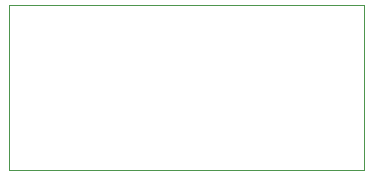
<source format=gbr>
G04*
G04 #@! TF.GenerationSoftware,Altium Limited,Altium Designer,22.4.2 (48)*
G04*
G04 Layer_Color=32896*
%FSLAX25Y25*%
%MOIN*%
G70*
G04*
G04 #@! TF.SameCoordinates,A57B437F-A86B-4AA4-8399-F8B01B8E29F7*
G04*
G04*
G04 #@! TF.FilePolarity,Positive*
G04*
G01*
G75*
%ADD12C,0.00394*%
D12*
X-55256Y27559D02*
X62992D01*
Y-27559D02*
Y27559D01*
X-55256Y-27559D02*
X62992D01*
X-55256D02*
Y27559D01*
M02*

</source>
